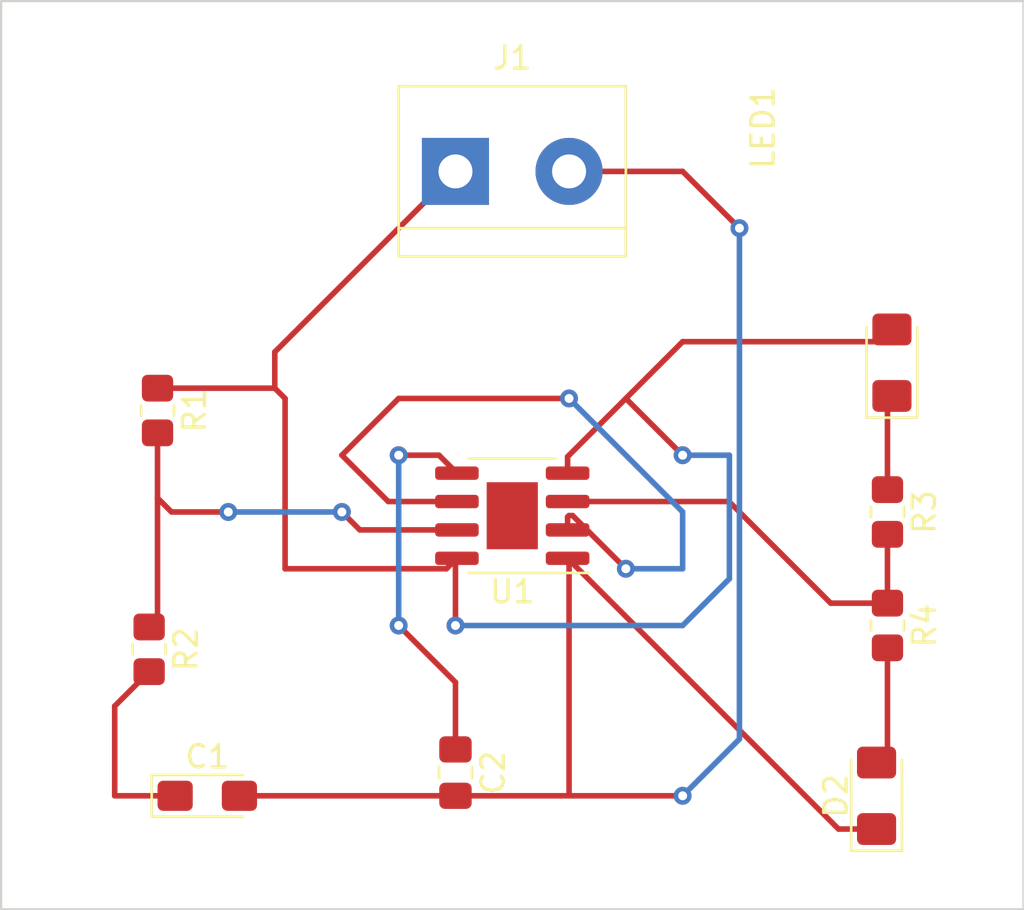
<source format=kicad_pcb>
(kicad_pcb (version 20211014) (generator pcbnew)
  (layers (0 "F.Cu" signal) (31 "B.Cu" signal) (34 "B.Paste" user) (35 "F.Paste" user) (36 "B.SilkS" user "B.Silkscreen") (37 "F.SilkS" user "F.Silkscreen") (38 "B.Mask" user) (39 "F.Mask" user) (44 "Edge.Cuts" user))
  (net 0 "")
  (net 1 "/pin 2")
  (net 2 "GND")
  (net 3 "Net-(C2-Pad1)")
  (net 4 "Net-(D2-Pad2)")
  (net 5 "+9V")
  (net 6 "Net-(LED1-Pad1)")
  (net 7 "/pin 3")
  (net 8 "/pin_2")
  (net 9 "/pin 7")
  (footprint "Capacitor_Tantalum_SMD:CP_EIA-3216-18_Kemet-A_Pad1.58x1.35mm_HandSolder" (layer "F.Cu") (at 136.22 109.22)
    (fp_text reference "C1" (at 0 -1.75) (layer "F.SilkS"))
    (fp_text value "10 uF")
    (fp_line (start -2.485 0.935) (end 1.6 0.935) (layer "F.SilkS") (width 0.12))
    (fp_line (start -2.485 -0.935) (end -2.485 0.935) (layer "F.SilkS") (width 0.12))
    (fp_line (start 1.6 -0.935) (end -2.485 -0.935) (layer "F.SilkS") (width 0.12))
    (pad "1" smd roundrect (at -1.4375 0) (size 1.575 1.35) (layers "F.Cu" "F.Paste" "F.Mask") (roundrect_rratio 0.185185) (net 1 "/pin 2"))
    (pad "2" smd roundrect (at 1.4375 0) (size 1.575 1.35) (layers "F.Cu" "F.Paste" "F.Mask") (roundrect_rratio 0.185185) (net 2 "GND"))
  )
  (footprint "TerminalBlock:TerminalBlock_bornier-2_P5.08mm" (layer "F.Cu") (at 147.32 81.28)
    (fp_text reference "J1" (at 2.54 -5.08) (layer "F.SilkS"))
    (fp_text value "Conn_01x02_Male")
    (fp_line (start -2.54 3.81) (end 7.62 3.81) (layer "F.SilkS") (width 0.12))
    (fp_line (start 7.62 -3.81) (end -2.54 -3.81) (layer "F.SilkS") (width 0.12))
    (fp_line (start 7.62 3.81) (end 7.62 -3.81) (layer "F.SilkS") (width 0.12))
    (fp_line (start -2.54 -3.81) (end -2.54 3.81) (layer "F.SilkS") (width 0.12))
    (fp_line (start 7.62 2.54) (end -2.54 2.54) (layer "F.SilkS") (width 0.12))
    (pad "1" thru_hole rect (at 0 0) (size 3 3) (drill 1.52) (layers *.Cu *.Mask) (net 5 "+9V"))
    (pad "2" thru_hole circle (at 5.08 0) (size 3 3) (drill 1.52) (layers *.Cu *.Mask) (net 2 "GND"))
  )
  (footprint "Resistor_SMD:R_0805_2012Metric_Pad1.20x1.40mm_HandSolder" (layer "F.Cu") (at 166.64 101.6 -90)
    (fp_text reference "R4" (at 0 -1.65 90) (layer "F.SilkS"))
    (fp_text value "1k")
    (fp_line (start -0.227064 0.735) (end 0.227064 0.735) (layer "F.SilkS") (width 0.12))
    (fp_line (start -0.227064 -0.735) (end 0.227064 -0.735) (layer "F.SilkS") (width 0.12))
    (pad "1" smd roundrect (at -1 0 270) (size 1.2 1.4) (layers "F.Cu" "F.Paste" "F.Mask") (roundrect_rratio 0.208333) (net 7 "/pin 3"))
    (pad "2" smd roundrect (at 1 0 270) (size 1.2 1.4) (layers "F.Cu" "F.Paste" "F.Mask") (roundrect_rratio 0.208333) (net 4 "Net-(D2-Pad2)"))
  )
  (footprint "Resistor_SMD:R_0805_2012Metric_Pad1.20x1.40mm_HandSolder" (layer "F.Cu") (at 166.64 96.52 -90)
    (fp_text reference "R3" (at 0 -1.65 90) (layer "F.SilkS"))
    (fp_text value "1k")
    (fp_line (start -0.227064 0.735) (end 0.227064 0.735) (layer "F.SilkS") (width 0.12))
    (fp_line (start -0.227064 -0.735) (end 0.227064 -0.735) (layer "F.SilkS") (width 0.12))
    (pad "1" smd roundrect (at -1 0 270) (size 1.2 1.4) (layers "F.Cu" "F.Paste" "F.Mask") (roundrect_rratio 0.208333) (net 6 "Net-(LED1-Pad1)"))
    (pad "2" smd roundrect (at 1 0 270) (size 1.2 1.4) (layers "F.Cu" "F.Paste" "F.Mask") (roundrect_rratio 0.208333) (net 7 "/pin 3"))
  )
  (footprint "LED_SMD:LED_1206_3216Metric_Pad1.42x1.75mm_HandSolder" (layer "F.Cu") (at 166.1525 109.22 90)
    (fp_text reference "D2" (at 0 -1.82 90) (layer "F.SilkS"))
    (fp_text value "LED")
    (fp_line (start -2.46 1.135) (end 1.6 1.135) (layer "F.SilkS") (width 0.12))
    (fp_line (start 1.6 -1.135) (end -2.46 -1.135) (layer "F.SilkS") (width 0.12))
    (fp_line (start -2.46 -1.135) (end -2.46 1.135) (layer "F.SilkS") (width 0.12))
    (pad "1" smd roundrect (at -1.4875 0 90) (size 1.425 1.75) (layers "F.Cu" "F.Paste" "F.Mask") (roundrect_rratio 0.175439) (net 2 "GND"))
    (pad "2" smd roundrect (at 1.4875 0 90) (size 1.425 1.75) (layers "F.Cu" "F.Paste" "F.Mask") (roundrect_rratio 0.175439) (net 4 "Net-(D2-Pad2)"))
  )
  (footprint "LED_SMD:LED_1206_3216Metric_Pad1.42x1.75mm_HandSolder" (layer "F.Cu") (at 166.84 89.84 90)
    (fp_text reference "LED1" (at 10.505 -5.77 90) (layer "F.SilkS"))
    (fp_text value "D1")
    (fp_line (start 1.6 -1.135) (end -2.46 -1.135) (layer "F.SilkS") (width 0.12))
    (fp_line (start -2.46 -1.135) (end -2.46 1.135) (layer "F.SilkS") (width 0.12))
    (fp_line (start -2.46 1.135) (end 1.6 1.135) (layer "F.SilkS") (width 0.12))
    (pad "1" smd roundrect (at -1.4875 0 90) (size 1.425 1.75) (layers "F.Cu" "F.Paste" "F.Mask") (roundrect_rratio 0.175439) (net 6 "Net-(LED1-Pad1)"))
    (pad "2" smd roundrect (at 1.4875 0 90) (size 1.425 1.75) (layers "F.Cu" "F.Paste" "F.Mask") (roundrect_rratio 0.175439) (net 5 "+9V"))
  )
  (footprint "Package_SO:SOIC-8-1EP_3.9x4.9mm_P1.27mm_EP2.29x3mm" (layer "F.Cu") (at 149.86 96.6875 180)
    (fp_text reference "U1" (at 0 -3.4) (layer "F.SilkS"))
    (fp_text value "NE555D")
    (fp_line (start 0 2.56) (end 1.95 2.56) (layer "F.SilkS") (width 0.12))
    (fp_line (start 0 -2.56) (end -3.45 -2.56) (layer "F.SilkS") (width 0.12))
    (fp_line (start 0 -2.56) (end 1.95 -2.56) (layer "F.SilkS") (width 0.12))
    (fp_line (start 0 2.56) (end -1.95 2.56) (layer "F.SilkS") (width 0.12))
    (pad "1" smd roundrect (at -2.475 -1.905 180) (size 1.95 0.6) (layers "F.Cu" "F.Paste" "F.Mask") (net 2 "GND"))
    (pad "2" smd roundrect (at -2.475 -0.635 180) (size 1.95 0.6) (layers "F.Cu" "F.Paste" "F.Mask") (net 8 "/pin_2"))
    (pad "3" smd roundrect (at -2.475 0.635 180) (size 1.95 0.6) (layers "F.Cu" "F.Paste" "F.Mask") (net 7 "/pin 3"))
    (pad "4" smd roundrect (at -2.475 1.905 180) (size 1.95 0.6) (layers "F.Cu" "F.Paste" "F.Mask") (net 5 "+9V"))
    (pad "5" smd roundrect (at 2.475 1.905 180) (size 1.95 0.6) (layers "F.Cu" "F.Paste" "F.Mask") (net 3 "Net-(C2-Pad1)"))
    (pad "6" smd roundrect (at 2.475 0.635 180) (size 1.95 0.6) (layers "F.Cu" "F.Paste" "F.Mask") (net 8 "/pin_2"))
    (pad "7" smd roundrect (at 2.475 -0.635 180) (size 1.95 0.6) (layers "F.Cu" "F.Paste" "F.Mask") (net 9 "/pin 7"))
    (pad "8" smd roundrect (at 2.475 -1.905 180) (size 1.95 0.6) (layers "F.Cu" "F.Paste" "F.Mask") (net 5 "+9V"))
    (pad "9" smd rect (at 0 0 180) (size 2.29 3) (layers "F.Cu" "F.Mask"))
  )
  (footprint "Resistor_SMD:R_0805_2012Metric_Pad1.20x1.40mm_HandSolder" (layer "F.Cu") (at 133.995 91.98 -90)
    (fp_text reference "R1" (at 0 -1.65 90) (layer "F.SilkS"))
    (fp_text value "1k")
    (fp_line (start -0.227064 0.735) (end 0.227064 0.735) (layer "F.SilkS") (width 0.12))
    (fp_line (start -0.227064 -0.735) (end 0.227064 -0.735) (layer "F.SilkS") (width 0.12))
    (pad "1" smd roundrect (at -1 0 270) (size 1.2 1.4) (layers "F.Cu" "F.Paste" "F.Mask") (roundrect_rratio 0.208333) (net 5 "+9V"))
    (pad "2" smd roundrect (at 1 0 270) (size 1.2 1.4) (layers "F.Cu" "F.Paste" "F.Mask") (roundrect_rratio 0.208333) (net 9 "/pin 7"))
  )
  (footprint "Capacitor_SMD:C_0805_2012Metric_Pad1.18x1.45mm_HandSolder" (layer "F.Cu") (at 147.32 108.1825 -90)
    (fp_text reference "C2" (at 0 -1.68 90) (layer "F.SilkS"))
    (fp_text value "0.01 uF")
    (fp_line (start -0.261252 0.735) (end 0.261252 0.735) (layer "F.SilkS") (width 0.12))
    (fp_line (start -0.261252 -0.735) (end 0.261252 -0.735) (layer "F.SilkS") (width 0.12))
    (pad "1" smd roundrect (at -1.0375 0 270) (size 1.175 1.45) (layers "F.Cu" "F.Paste" "F.Mask") (roundrect_rratio 0.212766) (net 3 "Net-(C2-Pad1)"))
    (pad "2" smd roundrect (at 1.0375 0 270) (size 1.175 1.45) (layers "F.Cu" "F.Paste" "F.Mask") (roundrect_rratio 0.212766) (net 2 "GND"))
  )
  (footprint "Resistor_SMD:R_0805_2012Metric_Pad1.20x1.40mm_HandSolder" (layer "F.Cu") (at 133.62 102.665 -90)
    (fp_text reference "R2" (at 0 -1.65 90) (layer "F.SilkS"))
    (fp_text value "10k")
    (fp_line (start -0.227064 -0.735) (end 0.227064 -0.735) (layer "F.SilkS") (width 0.12))
    (fp_line (start -0.227064 0.735) (end 0.227064 0.735) (layer "F.SilkS") (width 0.12))
    (pad "1" smd roundrect (at -1 0 270) (size 1.2 1.4) (layers "F.Cu" "F.Paste" "F.Mask") (roundrect_rratio 0.208333) (net 9 "/pin 7"))
    (pad "2" smd roundrect (at 1 0 270) (size 1.2 1.4) (layers "F.Cu" "F.Paste" "F.Mask") (roundrect_rratio 0.208333) (net 1 "/pin 2"))
  )
  (gr_rect (start 127 73.66) (end 172.72 114.3) (layer "Edge.Cuts") (width 0.1) (fill none))
  (segment (start 132.08 105.205) (end 133.62 103.665) (width 0.25) (layer "F.Cu") (net 1))
  (segment (start 134.7825 109.22) (end 132.08 109.22) (width 0.25) (layer "F.Cu") (net 1))
  (segment (start 132.08 109.22) (end 132.08 105.205) (width 0.25) (layer "F.Cu") (net 1))
  (segment (start 164.45 110.7075) (end 166.1525 110.7075) (width 0.25) (layer "F.Cu") (net 2))
  (segment (start 152.335 98.5925) (end 152.4 98.6575) (width 0.25) (layer "F.Cu") (net 2))
  (segment (start 157.48 81.28) (end 160.02 83.82) (width 0.25) (layer "F.Cu") (net 2))
  (segment (start 157.48 109.22) (end 152.4 109.22) (width 0.25) (layer "F.Cu") (net 2))
  (segment (start 152.4 109.22) (end 147.32 109.22) (width 0.25) (layer "F.Cu") (net 2))
  (segment (start 137.6575 109.22) (end 147.32 109.22) (width 0.25) (layer "F.Cu") (net 2))
  (segment (start 152.4 98.6575) (end 152.4 109.22) (width 0.25) (layer "F.Cu") (net 2))
  (segment (start 152.4 81.28) (end 157.48 81.28) (width 0.25) (layer "F.Cu") (net 2))
  (segment (start 152.335 98.5925) (end 164.45 110.7075) (width 0.25) (layer "F.Cu") (net 2))
  (via (at 157.48 109.22) (size 0.8) (drill 0.4) (layers "F.Cu" "B.Cu") (net 2))
  (via (at 160.02 83.82) (size 0.8) (drill 0.4) (layers "F.Cu" "B.Cu") (net 2))
  (segment (start 160.02 83.82) (end 160.02 106.68) (width 0.25) (layer "B.Cu") (net 2))
  (segment (start 160.02 106.68) (end 157.48 109.22) (width 0.25) (layer "B.Cu") (net 2))
  (segment (start 147.385 94.7825) (end 146.5825 93.98) (width 0.25) (layer "F.Cu") (net 3))
  (segment (start 147.32 104.14) (end 147.32 107.145) (width 0.25) (layer "F.Cu") (net 3))
  (segment (start 146.5825 93.98) (end 144.78 93.98) (width 0.25) (layer "F.Cu") (net 3))
  (segment (start 144.78 101.6) (end 147.32 104.14) (width 0.25) (layer "F.Cu") (net 3))
  (via (at 144.78 93.98) (size 0.8) (drill 0.4) (layers "F.Cu" "B.Cu") (net 3))
  (via (at 144.78 101.6) (size 0.8) (drill 0.4) (layers "F.Cu" "B.Cu") (net 3))
  (segment (start 144.78 93.98) (end 144.78 101.6) (width 0.25) (layer "B.Cu") (net 3))
  (segment (start 166.1525 107.7325) (end 166.64 107.245) (width 0.25) (layer "F.Cu") (net 4))
  (segment (start 166.64 107.245) (end 166.64 102.6) (width 0.25) (layer "F.Cu") (net 4))
  (segment (start 147.385 98.5925) (end 147.32 98.6575) (width 0.25) (layer "F.Cu") (net 5))
  (segment (start 139.7 91.44) (end 139.7 99.06) (width 0.25) (layer "F.Cu") (net 5))
  (segment (start 166.84 88.3525) (end 166.2925 88.9) (width 0.25) (layer "F.Cu") (net 5))
  (segment (start 152.335 94.045) (end 152.335 94.7825) (width 0.25) (layer "F.Cu") (net 5))
  (segment (start 146.9175 99.06) (end 147.385 98.5925) (width 0.25) (layer "F.Cu") (net 5))
  (segment (start 139.24 89.36) (end 139.24 90.98) (width 0.25) (layer "F.Cu") (net 5))
  (segment (start 139.24 90.98) (end 139.7 91.44) (width 0.25) (layer "F.Cu") (net 5))
  (segment (start 157.48 88.9) (end 152.335 94.045) (width 0.25) (layer "F.Cu") (net 5))
  (segment (start 147.32 98.6575) (end 147.32 101.6) (width 0.25) (layer "F.Cu") (net 5))
  (segment (start 133.995 90.98) (end 139.24 90.98) (width 0.25) (layer "F.Cu") (net 5))
  (segment (start 157.48 93.98) (end 154.94 91.44) (width 0.25) (layer "F.Cu") (net 5))
  (segment (start 139.7 99.06) (end 146.9175 99.06) (width 0.25) (layer "F.Cu") (net 5))
  (segment (start 147.32 81.28) (end 139.24 89.36) (width 0.25) (layer "F.Cu") (net 5))
  (segment (start 166.2925 88.9) (end 157.48 88.9) (width 0.25) (layer "F.Cu") (net 5))
  (via (at 147.32 101.6) (size 0.8) (drill 0.4) (layers "F.Cu" "B.Cu") (net 5))
  (via (at 157.48 93.98) (size 0.8) (drill 0.4) (layers "F.Cu" "B.Cu") (net 5))
  (segment (start 159.57 93.98) (end 157.48 93.98) (width 0.25) (layer "B.Cu") (net 5))
  (segment (start 159.57 99.51) (end 159.57 93.98) (width 0.25) (layer "B.Cu") (net 5))
  (segment (start 157.48 101.6) (end 159.57 99.51) (width 0.25) (layer "B.Cu") (net 5))
  (segment (start 147.32 101.6) (end 157.48 101.6) (width 0.25) (layer "B.Cu") (net 5))
  (segment (start 166.84 91.3275) (end 166.64 91.5275) (width 0.25) (layer "F.Cu") (net 6))
  (segment (start 166.64 91.5275) (end 166.64 95.52) (width 0.25) (layer "F.Cu") (net 6))
  (segment (start 152.335 96.0525) (end 159.5525 96.0525) (width 0.25) (layer "F.Cu") (net 7))
  (segment (start 166.64 97.52) (end 166.64 100.6) (width 0.25) (layer "F.Cu") (net 7))
  (segment (start 159.5525 96.0525) (end 164.1 100.6) (width 0.25) (layer "F.Cu") (net 7))
  (segment (start 164.1 100.6) (end 166.64 100.6) (width 0.25) (layer "F.Cu") (net 7))
  (segment (start 144.78 91.44) (end 152.4 91.44) (width 0.25) (layer "F.Cu") (net 8))
  (segment (start 152.335 96.7425) (end 152.335 97.3225) (width 0.25) (layer "F.Cu") (net 8))
  (segment (start 144.3125 96.0525) (end 142.24 93.98) (width 0.25) (layer "F.Cu") (net 8))
  (segment (start 152.5575 96.6775) (end 152.4 96.6775) (width 0.25) (layer "F.Cu") (net 8))
  (segment (start 142.24 93.98) (end 144.78 91.44) (width 0.25) (layer "F.Cu") (net 8))
  (segment (start 152.4 96.6775) (end 152.335 96.7425) (width 0.25) (layer "F.Cu") (net 8))
  (segment (start 154.94 99.06) (end 152.5575 96.6775) (width 0.25) (layer "F.Cu") (net 8))
  (segment (start 147.385 96.0525) (end 144.3125 96.0525) (width 0.25) (layer "F.Cu") (net 8))
  (via (at 152.4 91.44) (size 0.8) (drill 0.4) (layers "F.Cu" "B.Cu") (net 8))
  (via (at 154.94 99.06) (size 0.8) (drill 0.4) (layers "F.Cu" "B.Cu") (net 8))
  (segment (start 157.48 96.52) (end 157.48 99.06) (width 0.25) (layer "B.Cu") (net 8))
  (segment (start 152.4 91.44) (end 157.48 96.52) (width 0.25) (layer "B.Cu") (net 8))
  (segment (start 157.48 99.06) (end 154.94 99.06) (width 0.25) (layer "B.Cu") (net 8))
  (segment (start 133.995 95.895) (end 133.995 92.98) (width 0.25) (layer "F.Cu") (net 9))
  (segment (start 143.0425 97.3225) (end 142.24 96.52) (width 0.25) (layer "F.Cu") (net 9))
  (segment (start 134.62 96.52) (end 133.995 95.895) (width 0.25) (layer "F.Cu") (net 9))
  (segment (start 133.62 101.665) (end 133.995 101.29) (width 0.25) (layer "F.Cu") (net 9))
  (segment (start 137.16 96.52) (end 134.62 96.52) (width 0.25) (layer "F.Cu") (net 9))
  (segment (start 133.995 101.29) (end 133.995 95.895) (width 0.25) (layer "F.Cu") (net 9))
  (segment (start 147.385 97.3225) (end 143.0425 97.3225) (width 0.25) (layer "F.Cu") (net 9))
  (via (at 137.16 96.52) (size 0.8) (drill 0.4) (layers "F.Cu" "B.Cu") (net 9))
  (via (at 142.24 96.52) (size 0.8) (drill 0.4) (layers "F.Cu" "B.Cu") (net 9))
  (segment (start 142.24 96.52) (end 137.16 96.52) (width 0.25) (layer "B.Cu") (net 9))
)
</source>
